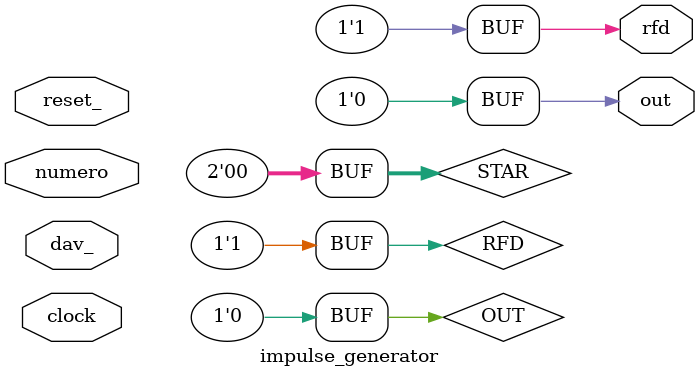
<source format=v>
module impulse_generator(reset_, clock, numero, out, dav_, rfd);
	input reset_, clock;
	input[7:0] numero;
	
	reg OUT;
	output out;
	assign out = OUT;

	// handshake
	input dav_;
	reg RFD;
	output rfd;
	assign rfd = RFD;

	// registri
	reg[7:0] COUNT;
	reg[1:0] STAR;
	localparam
		s0 = 'B00,
		s1 = 'B01,
		s2 = 'B10;

	always @(reset_ == 0) #1 begin
		RFD <= 1;
		OUT <= 0;
		STAR <= s0;
	end

	always @(posedge clock) if(reset_ == 1) #3 begin
		case(STAR)
			s0: begin
				RFD <= 1;
				COUNT <= numero;
				OUT <= 0;
				STAR <= (dav_ == 0) ? s1 : s0;
			end
			s1: begin
				RFD <= 0;
				COUNT <= COUNT - 1;
				OUT <= 1;
				STAR <= (COUNT == 1) ? s2 : s1;
			end
			s2: begin
				RFD <= 0;
				// COUNT <= don't care
				OUT <= 0;
				STAR <= (dav_ == 1) ? s0 : s2;
			end
		endcase
	end
endmodule

</source>
